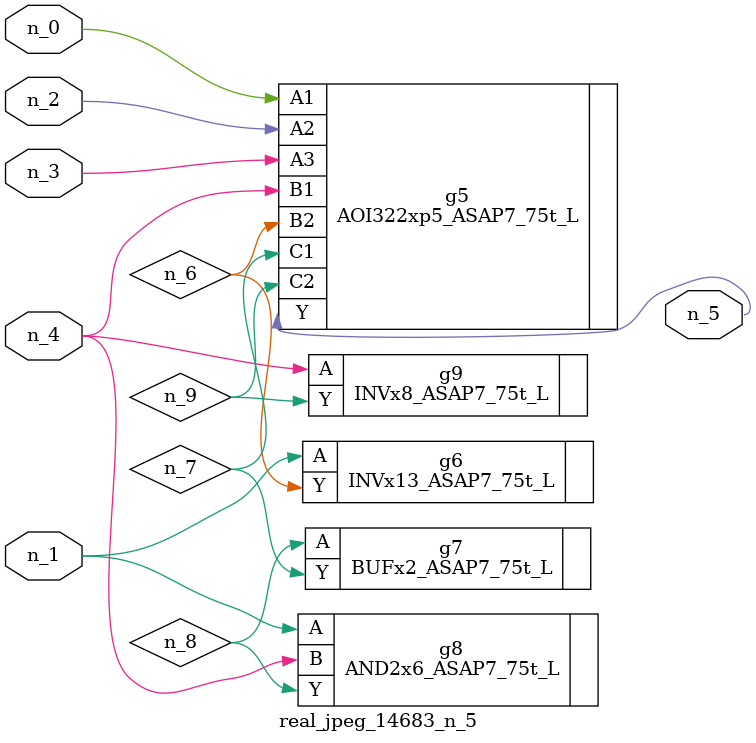
<source format=v>
module real_jpeg_14683_n_5 (n_4, n_0, n_1, n_2, n_3, n_5);

input n_4;
input n_0;
input n_1;
input n_2;
input n_3;

output n_5;

wire n_8;
wire n_6;
wire n_7;
wire n_9;

AOI322xp5_ASAP7_75t_L g5 ( 
.A1(n_0),
.A2(n_2),
.A3(n_3),
.B1(n_4),
.B2(n_6),
.C1(n_7),
.C2(n_9),
.Y(n_5)
);

INVx13_ASAP7_75t_L g6 ( 
.A(n_1),
.Y(n_6)
);

AND2x6_ASAP7_75t_L g8 ( 
.A(n_1),
.B(n_4),
.Y(n_8)
);

INVx8_ASAP7_75t_L g9 ( 
.A(n_4),
.Y(n_9)
);

BUFx2_ASAP7_75t_L g7 ( 
.A(n_8),
.Y(n_7)
);


endmodule
</source>
